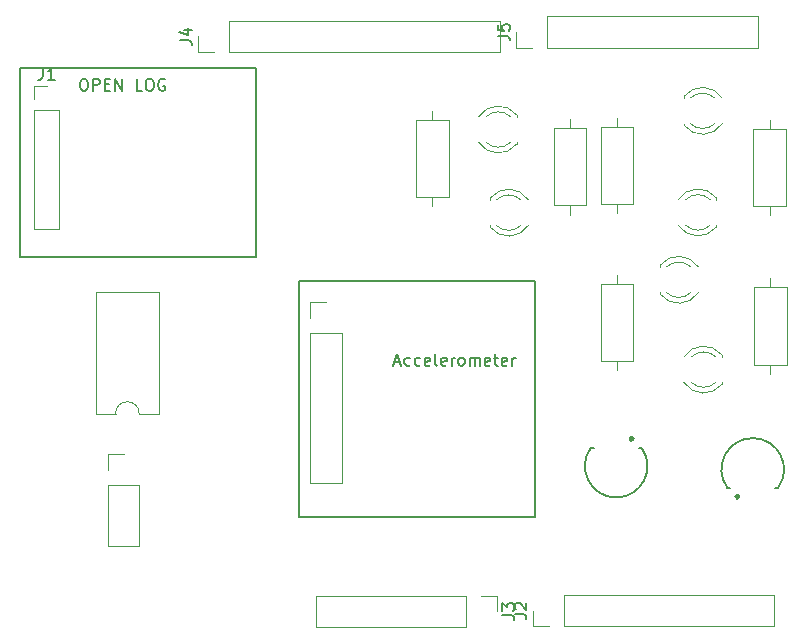
<source format=gbr>
%TF.GenerationSoftware,KiCad,Pcbnew,8.0.8*%
%TF.CreationDate,2025-03-13T16:31:01-06:00*%
%TF.ProjectId,micro_final_phaseD,6d696372-6f5f-4666-996e-616c5f706861,rev?*%
%TF.SameCoordinates,Original*%
%TF.FileFunction,Legend,Top*%
%TF.FilePolarity,Positive*%
%FSLAX46Y46*%
G04 Gerber Fmt 4.6, Leading zero omitted, Abs format (unit mm)*
G04 Created by KiCad (PCBNEW 8.0.8) date 2025-03-13 16:31:01*
%MOMM*%
%LPD*%
G01*
G04 APERTURE LIST*
%ADD10C,0.150000*%
%ADD11C,0.120000*%
%ADD12C,0.127000*%
%ADD13C,0.300000*%
G04 APERTURE END LIST*
D10*
X124370000Y-69640000D02*
X144370000Y-69640000D01*
X124370000Y-89640000D02*
X124370000Y-69640000D01*
X144370000Y-89640000D02*
X124370000Y-89640000D01*
X100740000Y-67620000D02*
X100740000Y-51620000D01*
X100740000Y-51620000D02*
X120740000Y-51620000D01*
X144370000Y-69640000D02*
X144370000Y-89640000D01*
X120740000Y-67620000D02*
X100740000Y-67620000D01*
X120740000Y-51620000D02*
X120740000Y-67620000D01*
X106047255Y-52559819D02*
X106237731Y-52559819D01*
X106237731Y-52559819D02*
X106332969Y-52607438D01*
X106332969Y-52607438D02*
X106428207Y-52702676D01*
X106428207Y-52702676D02*
X106475826Y-52893152D01*
X106475826Y-52893152D02*
X106475826Y-53226485D01*
X106475826Y-53226485D02*
X106428207Y-53416961D01*
X106428207Y-53416961D02*
X106332969Y-53512200D01*
X106332969Y-53512200D02*
X106237731Y-53559819D01*
X106237731Y-53559819D02*
X106047255Y-53559819D01*
X106047255Y-53559819D02*
X105952017Y-53512200D01*
X105952017Y-53512200D02*
X105856779Y-53416961D01*
X105856779Y-53416961D02*
X105809160Y-53226485D01*
X105809160Y-53226485D02*
X105809160Y-52893152D01*
X105809160Y-52893152D02*
X105856779Y-52702676D01*
X105856779Y-52702676D02*
X105952017Y-52607438D01*
X105952017Y-52607438D02*
X106047255Y-52559819D01*
X106904398Y-53559819D02*
X106904398Y-52559819D01*
X106904398Y-52559819D02*
X107285350Y-52559819D01*
X107285350Y-52559819D02*
X107380588Y-52607438D01*
X107380588Y-52607438D02*
X107428207Y-52655057D01*
X107428207Y-52655057D02*
X107475826Y-52750295D01*
X107475826Y-52750295D02*
X107475826Y-52893152D01*
X107475826Y-52893152D02*
X107428207Y-52988390D01*
X107428207Y-52988390D02*
X107380588Y-53036009D01*
X107380588Y-53036009D02*
X107285350Y-53083628D01*
X107285350Y-53083628D02*
X106904398Y-53083628D01*
X107904398Y-53036009D02*
X108237731Y-53036009D01*
X108380588Y-53559819D02*
X107904398Y-53559819D01*
X107904398Y-53559819D02*
X107904398Y-52559819D01*
X107904398Y-52559819D02*
X108380588Y-52559819D01*
X108809160Y-53559819D02*
X108809160Y-52559819D01*
X108809160Y-52559819D02*
X109380588Y-53559819D01*
X109380588Y-53559819D02*
X109380588Y-52559819D01*
X111094874Y-53559819D02*
X110618684Y-53559819D01*
X110618684Y-53559819D02*
X110618684Y-52559819D01*
X111618684Y-52559819D02*
X111809160Y-52559819D01*
X111809160Y-52559819D02*
X111904398Y-52607438D01*
X111904398Y-52607438D02*
X111999636Y-52702676D01*
X111999636Y-52702676D02*
X112047255Y-52893152D01*
X112047255Y-52893152D02*
X112047255Y-53226485D01*
X112047255Y-53226485D02*
X111999636Y-53416961D01*
X111999636Y-53416961D02*
X111904398Y-53512200D01*
X111904398Y-53512200D02*
X111809160Y-53559819D01*
X111809160Y-53559819D02*
X111618684Y-53559819D01*
X111618684Y-53559819D02*
X111523446Y-53512200D01*
X111523446Y-53512200D02*
X111428208Y-53416961D01*
X111428208Y-53416961D02*
X111380589Y-53226485D01*
X111380589Y-53226485D02*
X111380589Y-52893152D01*
X111380589Y-52893152D02*
X111428208Y-52702676D01*
X111428208Y-52702676D02*
X111523446Y-52607438D01*
X111523446Y-52607438D02*
X111618684Y-52559819D01*
X112999636Y-52607438D02*
X112904398Y-52559819D01*
X112904398Y-52559819D02*
X112761541Y-52559819D01*
X112761541Y-52559819D02*
X112618684Y-52607438D01*
X112618684Y-52607438D02*
X112523446Y-52702676D01*
X112523446Y-52702676D02*
X112475827Y-52797914D01*
X112475827Y-52797914D02*
X112428208Y-52988390D01*
X112428208Y-52988390D02*
X112428208Y-53131247D01*
X112428208Y-53131247D02*
X112475827Y-53321723D01*
X112475827Y-53321723D02*
X112523446Y-53416961D01*
X112523446Y-53416961D02*
X112618684Y-53512200D01*
X112618684Y-53512200D02*
X112761541Y-53559819D01*
X112761541Y-53559819D02*
X112856779Y-53559819D01*
X112856779Y-53559819D02*
X112999636Y-53512200D01*
X112999636Y-53512200D02*
X113047255Y-53464580D01*
X113047255Y-53464580D02*
X113047255Y-53131247D01*
X113047255Y-53131247D02*
X112856779Y-53131247D01*
X132419160Y-76554104D02*
X132895350Y-76554104D01*
X132323922Y-76839819D02*
X132657255Y-75839819D01*
X132657255Y-75839819D02*
X132990588Y-76839819D01*
X133752493Y-76792200D02*
X133657255Y-76839819D01*
X133657255Y-76839819D02*
X133466779Y-76839819D01*
X133466779Y-76839819D02*
X133371541Y-76792200D01*
X133371541Y-76792200D02*
X133323922Y-76744580D01*
X133323922Y-76744580D02*
X133276303Y-76649342D01*
X133276303Y-76649342D02*
X133276303Y-76363628D01*
X133276303Y-76363628D02*
X133323922Y-76268390D01*
X133323922Y-76268390D02*
X133371541Y-76220771D01*
X133371541Y-76220771D02*
X133466779Y-76173152D01*
X133466779Y-76173152D02*
X133657255Y-76173152D01*
X133657255Y-76173152D02*
X133752493Y-76220771D01*
X134609636Y-76792200D02*
X134514398Y-76839819D01*
X134514398Y-76839819D02*
X134323922Y-76839819D01*
X134323922Y-76839819D02*
X134228684Y-76792200D01*
X134228684Y-76792200D02*
X134181065Y-76744580D01*
X134181065Y-76744580D02*
X134133446Y-76649342D01*
X134133446Y-76649342D02*
X134133446Y-76363628D01*
X134133446Y-76363628D02*
X134181065Y-76268390D01*
X134181065Y-76268390D02*
X134228684Y-76220771D01*
X134228684Y-76220771D02*
X134323922Y-76173152D01*
X134323922Y-76173152D02*
X134514398Y-76173152D01*
X134514398Y-76173152D02*
X134609636Y-76220771D01*
X135419160Y-76792200D02*
X135323922Y-76839819D01*
X135323922Y-76839819D02*
X135133446Y-76839819D01*
X135133446Y-76839819D02*
X135038208Y-76792200D01*
X135038208Y-76792200D02*
X134990589Y-76696961D01*
X134990589Y-76696961D02*
X134990589Y-76316009D01*
X134990589Y-76316009D02*
X135038208Y-76220771D01*
X135038208Y-76220771D02*
X135133446Y-76173152D01*
X135133446Y-76173152D02*
X135323922Y-76173152D01*
X135323922Y-76173152D02*
X135419160Y-76220771D01*
X135419160Y-76220771D02*
X135466779Y-76316009D01*
X135466779Y-76316009D02*
X135466779Y-76411247D01*
X135466779Y-76411247D02*
X134990589Y-76506485D01*
X136038208Y-76839819D02*
X135942970Y-76792200D01*
X135942970Y-76792200D02*
X135895351Y-76696961D01*
X135895351Y-76696961D02*
X135895351Y-75839819D01*
X136800113Y-76792200D02*
X136704875Y-76839819D01*
X136704875Y-76839819D02*
X136514399Y-76839819D01*
X136514399Y-76839819D02*
X136419161Y-76792200D01*
X136419161Y-76792200D02*
X136371542Y-76696961D01*
X136371542Y-76696961D02*
X136371542Y-76316009D01*
X136371542Y-76316009D02*
X136419161Y-76220771D01*
X136419161Y-76220771D02*
X136514399Y-76173152D01*
X136514399Y-76173152D02*
X136704875Y-76173152D01*
X136704875Y-76173152D02*
X136800113Y-76220771D01*
X136800113Y-76220771D02*
X136847732Y-76316009D01*
X136847732Y-76316009D02*
X136847732Y-76411247D01*
X136847732Y-76411247D02*
X136371542Y-76506485D01*
X137276304Y-76839819D02*
X137276304Y-76173152D01*
X137276304Y-76363628D02*
X137323923Y-76268390D01*
X137323923Y-76268390D02*
X137371542Y-76220771D01*
X137371542Y-76220771D02*
X137466780Y-76173152D01*
X137466780Y-76173152D02*
X137562018Y-76173152D01*
X138038209Y-76839819D02*
X137942971Y-76792200D01*
X137942971Y-76792200D02*
X137895352Y-76744580D01*
X137895352Y-76744580D02*
X137847733Y-76649342D01*
X137847733Y-76649342D02*
X137847733Y-76363628D01*
X137847733Y-76363628D02*
X137895352Y-76268390D01*
X137895352Y-76268390D02*
X137942971Y-76220771D01*
X137942971Y-76220771D02*
X138038209Y-76173152D01*
X138038209Y-76173152D02*
X138181066Y-76173152D01*
X138181066Y-76173152D02*
X138276304Y-76220771D01*
X138276304Y-76220771D02*
X138323923Y-76268390D01*
X138323923Y-76268390D02*
X138371542Y-76363628D01*
X138371542Y-76363628D02*
X138371542Y-76649342D01*
X138371542Y-76649342D02*
X138323923Y-76744580D01*
X138323923Y-76744580D02*
X138276304Y-76792200D01*
X138276304Y-76792200D02*
X138181066Y-76839819D01*
X138181066Y-76839819D02*
X138038209Y-76839819D01*
X138800114Y-76839819D02*
X138800114Y-76173152D01*
X138800114Y-76268390D02*
X138847733Y-76220771D01*
X138847733Y-76220771D02*
X138942971Y-76173152D01*
X138942971Y-76173152D02*
X139085828Y-76173152D01*
X139085828Y-76173152D02*
X139181066Y-76220771D01*
X139181066Y-76220771D02*
X139228685Y-76316009D01*
X139228685Y-76316009D02*
X139228685Y-76839819D01*
X139228685Y-76316009D02*
X139276304Y-76220771D01*
X139276304Y-76220771D02*
X139371542Y-76173152D01*
X139371542Y-76173152D02*
X139514399Y-76173152D01*
X139514399Y-76173152D02*
X139609638Y-76220771D01*
X139609638Y-76220771D02*
X139657257Y-76316009D01*
X139657257Y-76316009D02*
X139657257Y-76839819D01*
X140514399Y-76792200D02*
X140419161Y-76839819D01*
X140419161Y-76839819D02*
X140228685Y-76839819D01*
X140228685Y-76839819D02*
X140133447Y-76792200D01*
X140133447Y-76792200D02*
X140085828Y-76696961D01*
X140085828Y-76696961D02*
X140085828Y-76316009D01*
X140085828Y-76316009D02*
X140133447Y-76220771D01*
X140133447Y-76220771D02*
X140228685Y-76173152D01*
X140228685Y-76173152D02*
X140419161Y-76173152D01*
X140419161Y-76173152D02*
X140514399Y-76220771D01*
X140514399Y-76220771D02*
X140562018Y-76316009D01*
X140562018Y-76316009D02*
X140562018Y-76411247D01*
X140562018Y-76411247D02*
X140085828Y-76506485D01*
X140847733Y-76173152D02*
X141228685Y-76173152D01*
X140990590Y-75839819D02*
X140990590Y-76696961D01*
X140990590Y-76696961D02*
X141038209Y-76792200D01*
X141038209Y-76792200D02*
X141133447Y-76839819D01*
X141133447Y-76839819D02*
X141228685Y-76839819D01*
X141942971Y-76792200D02*
X141847733Y-76839819D01*
X141847733Y-76839819D02*
X141657257Y-76839819D01*
X141657257Y-76839819D02*
X141562019Y-76792200D01*
X141562019Y-76792200D02*
X141514400Y-76696961D01*
X141514400Y-76696961D02*
X141514400Y-76316009D01*
X141514400Y-76316009D02*
X141562019Y-76220771D01*
X141562019Y-76220771D02*
X141657257Y-76173152D01*
X141657257Y-76173152D02*
X141847733Y-76173152D01*
X141847733Y-76173152D02*
X141942971Y-76220771D01*
X141942971Y-76220771D02*
X141990590Y-76316009D01*
X141990590Y-76316009D02*
X141990590Y-76411247D01*
X141990590Y-76411247D02*
X141514400Y-76506485D01*
X142419162Y-76839819D02*
X142419162Y-76173152D01*
X142419162Y-76363628D02*
X142466781Y-76268390D01*
X142466781Y-76268390D02*
X142514400Y-76220771D01*
X142514400Y-76220771D02*
X142609638Y-76173152D01*
X142609638Y-76173152D02*
X142704876Y-76173152D01*
X102676666Y-51624819D02*
X102676666Y-52339104D01*
X102676666Y-52339104D02*
X102629047Y-52481961D01*
X102629047Y-52481961D02*
X102533809Y-52577200D01*
X102533809Y-52577200D02*
X102390952Y-52624819D01*
X102390952Y-52624819D02*
X102295714Y-52624819D01*
X103676666Y-52624819D02*
X103105238Y-52624819D01*
X103390952Y-52624819D02*
X103390952Y-51624819D01*
X103390952Y-51624819D02*
X103295714Y-51767676D01*
X103295714Y-51767676D02*
X103200476Y-51862914D01*
X103200476Y-51862914D02*
X103105238Y-51910533D01*
X141574819Y-97973333D02*
X142289104Y-97973333D01*
X142289104Y-97973333D02*
X142431961Y-98020952D01*
X142431961Y-98020952D02*
X142527200Y-98116190D01*
X142527200Y-98116190D02*
X142574819Y-98259047D01*
X142574819Y-98259047D02*
X142574819Y-98354285D01*
X141574819Y-97592380D02*
X141574819Y-96973333D01*
X141574819Y-96973333D02*
X141955771Y-97306666D01*
X141955771Y-97306666D02*
X141955771Y-97163809D01*
X141955771Y-97163809D02*
X142003390Y-97068571D01*
X142003390Y-97068571D02*
X142051009Y-97020952D01*
X142051009Y-97020952D02*
X142146247Y-96973333D01*
X142146247Y-96973333D02*
X142384342Y-96973333D01*
X142384342Y-96973333D02*
X142479580Y-97020952D01*
X142479580Y-97020952D02*
X142527200Y-97068571D01*
X142527200Y-97068571D02*
X142574819Y-97163809D01*
X142574819Y-97163809D02*
X142574819Y-97449523D01*
X142574819Y-97449523D02*
X142527200Y-97544761D01*
X142527200Y-97544761D02*
X142479580Y-97592380D01*
X142604819Y-97913333D02*
X143319104Y-97913333D01*
X143319104Y-97913333D02*
X143461961Y-97960952D01*
X143461961Y-97960952D02*
X143557200Y-98056190D01*
X143557200Y-98056190D02*
X143604819Y-98199047D01*
X143604819Y-98199047D02*
X143604819Y-98294285D01*
X142700057Y-97484761D02*
X142652438Y-97437142D01*
X142652438Y-97437142D02*
X142604819Y-97341904D01*
X142604819Y-97341904D02*
X142604819Y-97103809D01*
X142604819Y-97103809D02*
X142652438Y-97008571D01*
X142652438Y-97008571D02*
X142700057Y-96960952D01*
X142700057Y-96960952D02*
X142795295Y-96913333D01*
X142795295Y-96913333D02*
X142890533Y-96913333D01*
X142890533Y-96913333D02*
X143033390Y-96960952D01*
X143033390Y-96960952D02*
X143604819Y-97532380D01*
X143604819Y-97532380D02*
X143604819Y-96913333D01*
X114264819Y-49293333D02*
X114979104Y-49293333D01*
X114979104Y-49293333D02*
X115121961Y-49340952D01*
X115121961Y-49340952D02*
X115217200Y-49436190D01*
X115217200Y-49436190D02*
X115264819Y-49579047D01*
X115264819Y-49579047D02*
X115264819Y-49674285D01*
X114598152Y-48388571D02*
X115264819Y-48388571D01*
X114217200Y-48626666D02*
X114931485Y-48864761D01*
X114931485Y-48864761D02*
X114931485Y-48245714D01*
X141194819Y-48923333D02*
X141909104Y-48923333D01*
X141909104Y-48923333D02*
X142051961Y-48970952D01*
X142051961Y-48970952D02*
X142147200Y-49066190D01*
X142147200Y-49066190D02*
X142194819Y-49209047D01*
X142194819Y-49209047D02*
X142194819Y-49304285D01*
X141194819Y-47970952D02*
X141194819Y-48447142D01*
X141194819Y-48447142D02*
X141671009Y-48494761D01*
X141671009Y-48494761D02*
X141623390Y-48447142D01*
X141623390Y-48447142D02*
X141575771Y-48351904D01*
X141575771Y-48351904D02*
X141575771Y-48113809D01*
X141575771Y-48113809D02*
X141623390Y-48018571D01*
X141623390Y-48018571D02*
X141671009Y-47970952D01*
X141671009Y-47970952D02*
X141766247Y-47923333D01*
X141766247Y-47923333D02*
X142004342Y-47923333D01*
X142004342Y-47923333D02*
X142099580Y-47970952D01*
X142099580Y-47970952D02*
X142147200Y-48018571D01*
X142147200Y-48018571D02*
X142194819Y-48113809D01*
X142194819Y-48113809D02*
X142194819Y-48351904D01*
X142194819Y-48351904D02*
X142147200Y-48447142D01*
X142147200Y-48447142D02*
X142099580Y-48494761D01*
D11*
%TO.C,J1*%
X101950000Y-53170000D02*
X103010000Y-53170000D01*
X101950000Y-54230000D02*
X101950000Y-53170000D01*
X101950000Y-55230000D02*
X101950000Y-65290000D01*
X101950000Y-55230000D02*
X104070000Y-55230000D01*
X101950000Y-65290000D02*
X104070000Y-65290000D01*
X104070000Y-55230000D02*
X104070000Y-65290000D01*
%TO.C,J3*%
X125760000Y-96310000D02*
X125760000Y-98970000D01*
X138520000Y-96310000D02*
X125760000Y-96310000D01*
X138520000Y-96310000D02*
X138520000Y-98970000D01*
X138520000Y-98970000D02*
X125760000Y-98970000D01*
X139790000Y-96310000D02*
X141120000Y-96310000D01*
X141120000Y-96310000D02*
X141120000Y-97640000D01*
%TO.C,J2*%
X144150000Y-98910000D02*
X144150000Y-97580000D01*
X145480000Y-98910000D02*
X144150000Y-98910000D01*
X146750000Y-96250000D02*
X164590000Y-96250000D01*
X146750000Y-98910000D02*
X146750000Y-96250000D01*
X146750000Y-98910000D02*
X164590000Y-98910000D01*
X164590000Y-98910000D02*
X164590000Y-96250000D01*
%TO.C,J4*%
X115810000Y-50290000D02*
X115810000Y-48960000D01*
X117140000Y-50290000D02*
X115810000Y-50290000D01*
X118410000Y-47630000D02*
X141330000Y-47630000D01*
X118410000Y-50290000D02*
X118410000Y-47630000D01*
X118410000Y-50290000D02*
X141330000Y-50290000D01*
X141330000Y-50290000D02*
X141330000Y-47630000D01*
%TO.C,R6*%
X134280000Y-56030000D02*
X134280000Y-62570000D01*
X134280000Y-62570000D02*
X137020000Y-62570000D01*
X135650000Y-55260000D02*
X135650000Y-56030000D01*
X135650000Y-63340000D02*
X135650000Y-62570000D01*
X137020000Y-56030000D02*
X134280000Y-56030000D01*
X137020000Y-62570000D02*
X137020000Y-56030000D01*
D12*
%TO.C,J8*%
X149304000Y-83797000D02*
X149066000Y-83797000D01*
X153354000Y-83797000D02*
X153110000Y-83797000D01*
X153354000Y-83797000D02*
G75*
G02*
X149066000Y-83797000I-2144000J-1557707D01*
G01*
D13*
X152610000Y-83040000D02*
G75*
G02*
X152410000Y-83040000I-100000J0D01*
G01*
X152410000Y-83040000D02*
G75*
G02*
X152610000Y-83040000I100000J0D01*
G01*
D11*
%TO.C,R4*%
X149930000Y-69900000D02*
X149930000Y-76440000D01*
X149930000Y-76440000D02*
X152670000Y-76440000D01*
X151300000Y-69130000D02*
X151300000Y-69900000D01*
X151300000Y-77210000D02*
X151300000Y-76440000D01*
X152670000Y-69900000D02*
X149930000Y-69900000D01*
X152670000Y-76440000D02*
X152670000Y-69900000D01*
%TO.C,D5*%
X140540000Y-62654000D02*
X140540000Y-62810000D01*
X140540000Y-64970000D02*
X140540000Y-65126000D01*
X140540000Y-62654484D02*
G75*
G02*
X143771397Y-62809939I1560000J-1235516D01*
G01*
X141059039Y-62810000D02*
G75*
G02*
X143140910Y-62809951I1040961J-1080000D01*
G01*
X143140910Y-64970049D02*
G75*
G02*
X141059039Y-64970000I-1040910J1080049D01*
G01*
X143771397Y-64970061D02*
G75*
G02*
X140540000Y-65125516I-1671397J1080061D01*
G01*
%TO.C,J6*%
X107170000Y-70620000D02*
X107170000Y-80900000D01*
X107170000Y-80900000D02*
X108820000Y-80900000D01*
X110820000Y-80900000D02*
X112470000Y-80900000D01*
X112470000Y-70620000D02*
X107170000Y-70620000D01*
X112470000Y-80900000D02*
X112470000Y-70620000D01*
X108820000Y-80900000D02*
G75*
G02*
X110820000Y-80900000I1000000J0D01*
G01*
%TO.C,R5*%
X145930000Y-56740000D02*
X145930000Y-63280000D01*
X145930000Y-63280000D02*
X148670000Y-63280000D01*
X147300000Y-55970000D02*
X147300000Y-56740000D01*
X147300000Y-64050000D02*
X147300000Y-63280000D01*
X148670000Y-56740000D02*
X145930000Y-56740000D01*
X148670000Y-63280000D02*
X148670000Y-56740000D01*
%TO.C,D4*%
X160170000Y-76100000D02*
X160170000Y-75944000D01*
X160170000Y-78416000D02*
X160170000Y-78260000D01*
X156938603Y-76099939D02*
G75*
G02*
X160170000Y-75944484I1671397J-1080061D01*
G01*
X157569090Y-76099951D02*
G75*
G02*
X159650961Y-76100000I1040910J-1080049D01*
G01*
X159650961Y-78260000D02*
G75*
G02*
X157569090Y-78260049I-1040961J1080000D01*
G01*
X160170000Y-78415516D02*
G75*
G02*
X156938603Y-78260061I-1560000J1235516D01*
G01*
%TO.C,J5*%
X142740000Y-49920000D02*
X142740000Y-48590000D01*
X144070000Y-49920000D02*
X142740000Y-49920000D01*
X145340000Y-47260000D02*
X163180000Y-47260000D01*
X145340000Y-49920000D02*
X145340000Y-47260000D01*
X145340000Y-49920000D02*
X163180000Y-49920000D01*
X163180000Y-49920000D02*
X163180000Y-47260000D01*
%TO.C,J9*%
X125320000Y-71460000D02*
X126650000Y-71460000D01*
X125320000Y-72790000D02*
X125320000Y-71460000D01*
X125320000Y-74060000D02*
X125320000Y-86820000D01*
X125320000Y-74060000D02*
X127980000Y-74060000D01*
X125320000Y-86820000D02*
X127980000Y-86820000D01*
X127980000Y-74060000D02*
X127980000Y-86820000D01*
%TO.C,R2*%
X149930000Y-56620000D02*
X149930000Y-63160000D01*
X149930000Y-63160000D02*
X152670000Y-63160000D01*
X151300000Y-55850000D02*
X151300000Y-56620000D01*
X151300000Y-63930000D02*
X151300000Y-63160000D01*
X152670000Y-56620000D02*
X149930000Y-56620000D01*
X152670000Y-63160000D02*
X152670000Y-56620000D01*
%TO.C,D6*%
X142790000Y-55770000D02*
X142790000Y-55614000D01*
X142790000Y-58086000D02*
X142790000Y-57930000D01*
X139558603Y-55769939D02*
G75*
G02*
X142790000Y-55614484I1671397J-1080061D01*
G01*
X140189090Y-55769951D02*
G75*
G02*
X142270961Y-55770000I1040910J-1080049D01*
G01*
X142270961Y-57930000D02*
G75*
G02*
X140189090Y-57930049I-1040961J1080000D01*
G01*
X142790000Y-58085516D02*
G75*
G02*
X139558603Y-57930061I-1560000J1235516D01*
G01*
%TO.C,D1*%
X156960000Y-54034000D02*
X156960000Y-54190000D01*
X156960000Y-56350000D02*
X156960000Y-56506000D01*
X156960000Y-54034484D02*
G75*
G02*
X160191397Y-54189939I1560000J-1235516D01*
G01*
X157479039Y-54190000D02*
G75*
G02*
X159560910Y-54189951I1040961J-1080000D01*
G01*
X159560910Y-56350049D02*
G75*
G02*
X157479039Y-56350000I-1040910J1080049D01*
G01*
X160191397Y-56350061D02*
G75*
G02*
X156960000Y-56505516I-1671397J1080061D01*
G01*
D12*
%TO.C,J7*%
X160626000Y-87183000D02*
X160870000Y-87183000D01*
X164676000Y-87183000D02*
X164914000Y-87183000D01*
X160626000Y-87183000D02*
G75*
G02*
X164914000Y-87183000I2144000J1557707D01*
G01*
D13*
X161570000Y-87940000D02*
G75*
G02*
X161370000Y-87940000I-100000J0D01*
G01*
X161370000Y-87940000D02*
G75*
G02*
X161570000Y-87940000I100000J0D01*
G01*
D11*
%TO.C,D3*%
X154940000Y-68334000D02*
X154940000Y-68490000D01*
X154940000Y-70650000D02*
X154940000Y-70806000D01*
X154940000Y-68334484D02*
G75*
G02*
X158171397Y-68489939I1560000J-1235516D01*
G01*
X155459039Y-68490000D02*
G75*
G02*
X157540910Y-68489951I1040961J-1080000D01*
G01*
X157540910Y-70650049D02*
G75*
G02*
X155459039Y-70650000I-1040910J1080049D01*
G01*
X158171397Y-70650061D02*
G75*
G02*
X154940000Y-70805516I-1671397J1080061D01*
G01*
%TO.C,R3*%
X162890000Y-70220000D02*
X162890000Y-76760000D01*
X162890000Y-76760000D02*
X165630000Y-76760000D01*
X164260000Y-69450000D02*
X164260000Y-70220000D01*
X164260000Y-77530000D02*
X164260000Y-76760000D01*
X165630000Y-70220000D02*
X162890000Y-70220000D01*
X165630000Y-76760000D02*
X165630000Y-70220000D01*
%TO.C,D2*%
X159690000Y-62790000D02*
X159690000Y-62634000D01*
X159690000Y-65106000D02*
X159690000Y-64950000D01*
X156458603Y-62789939D02*
G75*
G02*
X159690000Y-62634484I1671397J-1080061D01*
G01*
X157089090Y-62789951D02*
G75*
G02*
X159170961Y-62790000I1040910J-1080049D01*
G01*
X159170961Y-64950000D02*
G75*
G02*
X157089090Y-64950049I-1040961J1080000D01*
G01*
X159690000Y-65105516D02*
G75*
G02*
X156458603Y-64950061I-1560000J1235516D01*
G01*
%TO.C,J10*%
X108180000Y-84350000D02*
X109510000Y-84350000D01*
X108180000Y-85680000D02*
X108180000Y-84350000D01*
X108180000Y-86950000D02*
X108180000Y-92090000D01*
X108180000Y-86950000D02*
X110840000Y-86950000D01*
X108180000Y-92090000D02*
X110840000Y-92090000D01*
X110840000Y-86950000D02*
X110840000Y-92090000D01*
%TO.C,R1*%
X162830000Y-56780000D02*
X162830000Y-63320000D01*
X162830000Y-63320000D02*
X165570000Y-63320000D01*
X164200000Y-56010000D02*
X164200000Y-56780000D01*
X164200000Y-64090000D02*
X164200000Y-63320000D01*
X165570000Y-56780000D02*
X162830000Y-56780000D01*
X165570000Y-63320000D02*
X165570000Y-56780000D01*
%TD*%
M02*

</source>
